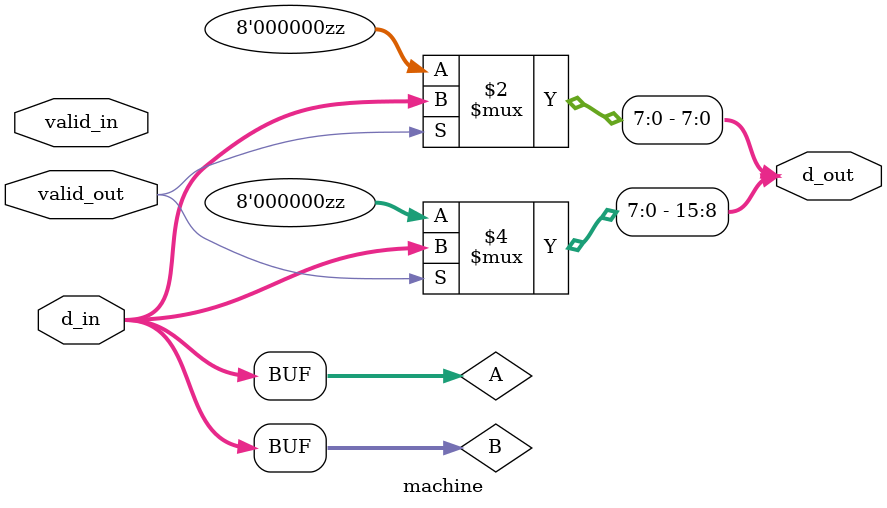
<source format=v>
module machine(d_in,valid_in,valid_out,d_out);
input [7:0]d_in;
input valid_in,valid_out;
output [15:0]d_out;
reg [7:0]B;
wire [7:0]A;
assign A[7:0]=d_in;
assign d_out[7:0]=valid_out?B:2'hZ;
assign d_out[15:8]=valid_out?A:2'hZ;

always@(valid_in)
begin
 B<=d_in;
end

endmodule 
</source>
